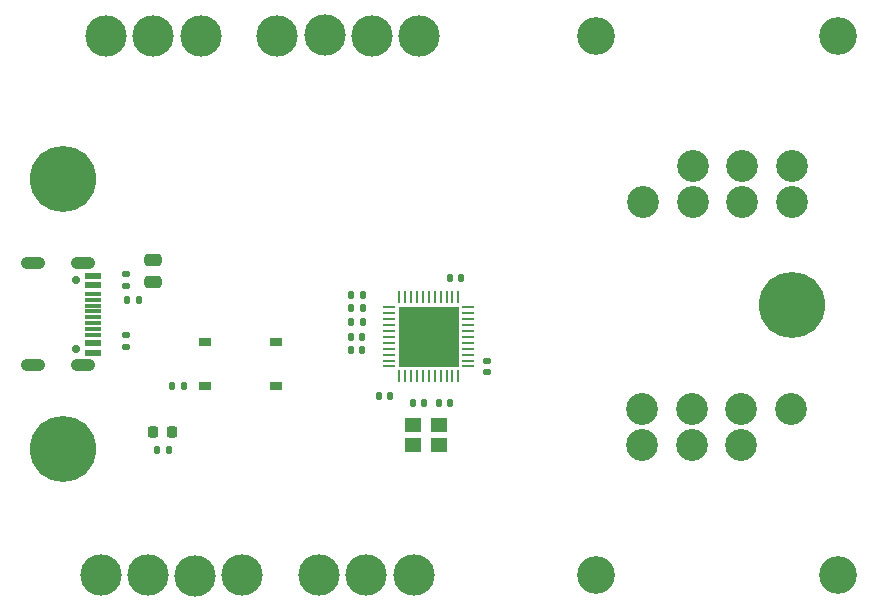
<source format=gbr>
%TF.GenerationSoftware,KiCad,Pcbnew,7.0.6*%
%TF.CreationDate,2023-09-20T14:55:28-04:00*%
%TF.ProjectId,32U4_NES_SNES_adapter,33325534-5f4e-4455-935f-534e45535f61,rev?*%
%TF.SameCoordinates,Original*%
%TF.FileFunction,Soldermask,Top*%
%TF.FilePolarity,Negative*%
%FSLAX46Y46*%
G04 Gerber Fmt 4.6, Leading zero omitted, Abs format (unit mm)*
G04 Created by KiCad (PCBNEW 7.0.6) date 2023-09-20 14:55:28*
%MOMM*%
%LPD*%
G01*
G04 APERTURE LIST*
G04 Aperture macros list*
%AMRoundRect*
0 Rectangle with rounded corners*
0 $1 Rounding radius*
0 $2 $3 $4 $5 $6 $7 $8 $9 X,Y pos of 4 corners*
0 Add a 4 corners polygon primitive as box body*
4,1,4,$2,$3,$4,$5,$6,$7,$8,$9,$2,$3,0*
0 Add four circle primitives for the rounded corners*
1,1,$1+$1,$2,$3*
1,1,$1+$1,$4,$5*
1,1,$1+$1,$6,$7*
1,1,$1+$1,$8,$9*
0 Add four rect primitives between the rounded corners*
20,1,$1+$1,$2,$3,$4,$5,0*
20,1,$1+$1,$4,$5,$6,$7,0*
20,1,$1+$1,$6,$7,$8,$9,0*
20,1,$1+$1,$8,$9,$2,$3,0*%
G04 Aperture macros list end*
%ADD10RoundRect,0.140000X0.140000X0.170000X-0.140000X0.170000X-0.140000X-0.170000X0.140000X-0.170000X0*%
%ADD11C,3.500000*%
%ADD12RoundRect,0.135000X-0.135000X-0.185000X0.135000X-0.185000X0.135000X0.185000X-0.135000X0.185000X0*%
%ADD13C,3.200000*%
%ADD14C,2.700000*%
%ADD15C,5.600000*%
%ADD16RoundRect,0.135000X0.135000X0.185000X-0.135000X0.185000X-0.135000X-0.185000X0.135000X-0.185000X0*%
%ADD17RoundRect,0.218750X0.218750X0.256250X-0.218750X0.256250X-0.218750X-0.256250X0.218750X-0.256250X0*%
%ADD18R,1.000000X0.750000*%
%ADD19RoundRect,0.062500X-0.475000X-0.062500X0.475000X-0.062500X0.475000X0.062500X-0.475000X0.062500X0*%
%ADD20RoundRect,0.062500X-0.062500X-0.475000X0.062500X-0.475000X0.062500X0.475000X-0.062500X0.475000X0*%
%ADD21R,5.200000X5.200000*%
%ADD22RoundRect,0.135000X0.185000X-0.135000X0.185000X0.135000X-0.185000X0.135000X-0.185000X-0.135000X0*%
%ADD23RoundRect,0.140000X-0.170000X0.140000X-0.170000X-0.140000X0.170000X-0.140000X0.170000X0.140000X0*%
%ADD24R,1.400000X1.200000*%
%ADD25RoundRect,0.250000X0.475000X-0.250000X0.475000X0.250000X-0.475000X0.250000X-0.475000X-0.250000X0*%
%ADD26RoundRect,0.140000X-0.140000X-0.170000X0.140000X-0.170000X0.140000X0.170000X-0.140000X0.170000X0*%
%ADD27C,0.700000*%
%ADD28R,1.450000X0.600000*%
%ADD29R,1.450000X0.300000*%
%ADD30O,2.100000X1.050000*%
%ADD31RoundRect,0.140000X0.170000X-0.140000X0.170000X0.140000X-0.170000X0.140000X-0.170000X-0.140000X0*%
G04 APERTURE END LIST*
D10*
%TO.C,C9*%
X119250400Y-97028000D03*
X118290400Y-97028000D03*
%TD*%
%TO.C,C7*%
X121587200Y-105587800D03*
X120627200Y-105587800D03*
%TD*%
%TO.C,C8*%
X119225000Y-101727000D03*
X118265000Y-101727000D03*
%TD*%
D11*
%TO.C,J2*%
X97064000Y-120709000D03*
X101064000Y-120709000D03*
X105064000Y-120809000D03*
X109064000Y-120709000D03*
X115564000Y-120709000D03*
X119564000Y-120709000D03*
X123564000Y-120709000D03*
%TD*%
D12*
%TO.C,R6*%
X118235000Y-98171000D03*
X119255000Y-98171000D03*
%TD*%
%TO.C,R3*%
X104142000Y-104770400D03*
X103122000Y-104770400D03*
%TD*%
D13*
%TO.C,J5*%
X159475000Y-75125000D03*
X138975000Y-75125000D03*
D14*
X147168000Y-86125000D03*
X151359000Y-86125000D03*
X155550000Y-86125000D03*
X155550000Y-89125000D03*
X151359000Y-89125000D03*
X147168000Y-89125000D03*
X142977000Y-89125000D03*
%TD*%
D15*
%TO.C,H3*%
X155550000Y-97917000D03*
%TD*%
D13*
%TO.C,J4*%
X138975000Y-120709000D03*
X159475000Y-120709000D03*
D14*
X151282000Y-109709000D03*
X147091000Y-109709000D03*
X142900000Y-109709000D03*
X142900000Y-106709000D03*
X147091000Y-106709000D03*
X151282000Y-106709000D03*
X155473000Y-106709000D03*
%TD*%
D16*
%TO.C,R4*%
X101801200Y-110121750D03*
X102821200Y-110121750D03*
%TD*%
D10*
%TO.C,C10*%
X119225000Y-100584000D03*
X118265000Y-100584000D03*
%TD*%
D15*
%TO.C,H1*%
X93895500Y-87249000D03*
%TD*%
D17*
%TO.C,D1*%
X103098700Y-108597750D03*
X101523700Y-108597750D03*
%TD*%
D12*
%TO.C,R5*%
X118235000Y-99314000D03*
X119255000Y-99314000D03*
%TD*%
D18*
%TO.C,S1*%
X111922500Y-104770400D03*
X105922500Y-104770400D03*
X111922500Y-101020400D03*
X105922500Y-101020400D03*
%TD*%
D15*
%TO.C,H2*%
X93895500Y-110109000D03*
%TD*%
D16*
%TO.C,R2*%
X100332000Y-97429000D03*
X99312000Y-97429000D03*
%TD*%
D19*
%TO.C,U1*%
X121503500Y-98084000D03*
X121503500Y-98584000D03*
X121503500Y-99084000D03*
X121503500Y-99584000D03*
X121503500Y-100084000D03*
X121503500Y-100584000D03*
X121503500Y-101084000D03*
X121503500Y-101584000D03*
X121503500Y-102084000D03*
X121503500Y-102584000D03*
X121503500Y-103084000D03*
D20*
X122341000Y-103921500D03*
X122841000Y-103921500D03*
X123341000Y-103921500D03*
X123841000Y-103921500D03*
X124341000Y-103921500D03*
X124841000Y-103921500D03*
X125341000Y-103921500D03*
X125841000Y-103921500D03*
X126341000Y-103921500D03*
X126841000Y-103921500D03*
X127341000Y-103921500D03*
D19*
X128178500Y-103084000D03*
X128178500Y-102584000D03*
X128178500Y-102084000D03*
X128178500Y-101584000D03*
X128178500Y-101084000D03*
X128178500Y-100584000D03*
X128178500Y-100084000D03*
X128178500Y-99584000D03*
X128178500Y-99084000D03*
X128178500Y-98584000D03*
X128178500Y-98084000D03*
D20*
X127341000Y-97246500D03*
X126841000Y-97246500D03*
X126341000Y-97246500D03*
X125841000Y-97246500D03*
X125341000Y-97246500D03*
X124841000Y-97246500D03*
X124341000Y-97246500D03*
X123841000Y-97246500D03*
X123341000Y-97246500D03*
X122841000Y-97246500D03*
X122341000Y-97246500D03*
D21*
X124841000Y-100584000D03*
%TD*%
D22*
%TO.C,R1*%
X99187000Y-101449000D03*
X99187000Y-100429000D03*
%TD*%
D23*
%TO.C,C6*%
X129794000Y-102584000D03*
X129794000Y-103544000D03*
%TD*%
D24*
%TO.C,Y1*%
X125687000Y-108012000D03*
X123487000Y-108012000D03*
X123487000Y-109712000D03*
X125687000Y-109712000D03*
%TD*%
D10*
%TO.C,C1*%
X126647000Y-106172000D03*
X125687000Y-106172000D03*
%TD*%
D25*
%TO.C,C4*%
X101523800Y-95946000D03*
X101523800Y-94046000D03*
%TD*%
D26*
%TO.C,C2*%
X123472000Y-106172000D03*
X124432000Y-106172000D03*
%TD*%
D11*
%TO.C,J3*%
X124014000Y-75125000D03*
X120014000Y-75125000D03*
X116014000Y-75025000D03*
X112014000Y-75125000D03*
X105514000Y-75125000D03*
X101514000Y-75125000D03*
X97514000Y-75125000D03*
%TD*%
D10*
%TO.C,C5*%
X126618000Y-95631000D03*
X127578000Y-95631000D03*
%TD*%
D27*
%TO.C,J1*%
X95005500Y-95789000D03*
X95005500Y-101569000D03*
D28*
X96450500Y-95429000D03*
X96450500Y-96229000D03*
D29*
X96450500Y-97429000D03*
X96450500Y-98429000D03*
X96450500Y-98929000D03*
X96450500Y-99929000D03*
D28*
X96450500Y-101929000D03*
X96450500Y-101129000D03*
D29*
X96450500Y-100429000D03*
X96450500Y-99429000D03*
X96450500Y-97929000D03*
X96450500Y-96929000D03*
D30*
X95535500Y-94359000D03*
X95535500Y-102999000D03*
X91355500Y-94359000D03*
X91355500Y-102999000D03*
%TD*%
D31*
%TO.C,C3*%
X99187000Y-96238000D03*
X99187000Y-95278000D03*
%TD*%
M02*

</source>
